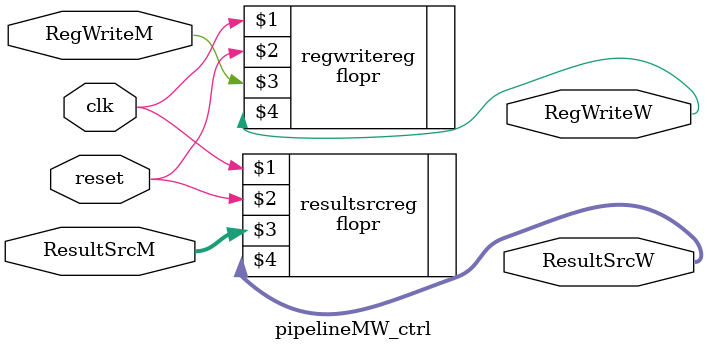
<source format=v>
module pipelineMW_ctrl(
	input clk,
	input reset,

	input RegWriteM,
	input [2:0] ResultSrcM,

	output RegWriteW,
	output [2:0] ResultSrcW
);

flopr #(1) regwritereg(
	clk,
	reset,
	RegWriteM,
	RegWriteW
);

flopr #(3) resultsrcreg(
	clk,
	reset,
	ResultSrcM,
	ResultSrcW
);

endmodule

</source>
